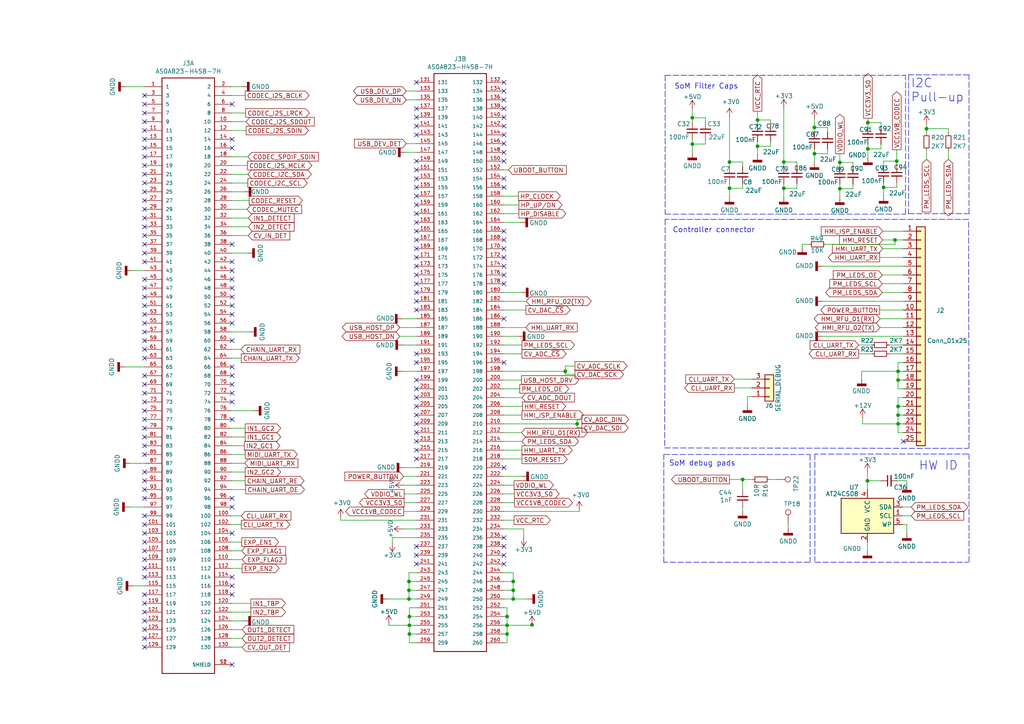
<source format=kicad_sch>
(kicad_sch (version 20211123) (generator eeschema)
  (paper "A4")
  (title_block (title "MOD DuoX - Bottom Board") (date "2021-11-11") (rev "Rev 1.05") (company "MOD Devices GmbH") (comment 1 "DuoX Audio processing board") (comment 2 "https://github.com/moddevices/mod-hw-duoX") (comment 3 "Inp Power: 12V 700mA") (comment 4 "USB outp Power: 500mA"))
  (junction (at 227.33 54.61))
  (junction (at 236.22 36.957))
  (junction (at 219.71 42.418))
  (junction (at 236.22 44.577))
  (junction (at 118.618 168.656))
  (junction (at 256.286 54.356))
  (junction (at 118.745 181.356))
  (junction (at 251.714 43.18))
  (junction (at 148.844 171.196))
  (junction (at 167.386 122.936))
  (junction (at 260.477 122.936))
  (junction (at 148.844 168.656))
  (junction (at 260.477 110.236))
  (junction (at 251.714 35.56))
  (junction (at 147.066 178.816))
  (junction (at 260.477 117.856))
  (junction (at 260.477 120.396))
  (junction (at 211.582 54.61))
  (junction (at 118.618 173.736))
  (junction (at 211.582 46.99))
  (junction (at 259.588 69.596))
  (junction (at 148.844 173.736))
  (junction (at 147.066 183.896))
  (junction (at 215.392 139.065))
  (junction (at 163.957 107.696))
  (junction (at 268.732 37.338))
  (junction (at 154.305 181.229))
  (junction (at 251.587 139.446))
  (junction (at 243.586 47.117))
  (junction (at 260.477 107.696))
  (junction (at 147.066 181.356))
  (junction (at 200.787 41.783))
  (junction (at 118.618 171.196))
  (junction (at 118.745 183.896))
  (junction (at 219.71 34.798))
  (junction (at 118.745 178.816))
  (junction (at 227.33 46.99))
  (junction (at 260.096 46.736))
  (junction (at 200.787 34.163))
  (junction (at 243.586 54.737))
  (no_connect (at 120.777 120.396))
  (no_connect (at 146.177 31.496))
  (no_connect (at 120.777 46.736))
  (no_connect (at 120.777 130.556))
  (no_connect (at 41.91 101.346))
  (no_connect (at 67.31 83.566))
  (no_connect (at 41.91 116.586))
  (no_connect (at 41.91 108.966))
  (no_connect (at 67.31 93.726))
  (no_connect (at 120.777 39.116))
  (no_connect (at 146.177 72.136))
  (no_connect (at 120.777 82.296))
  (no_connect (at 41.91 136.906))
  (no_connect (at 67.31 81.026))
  (no_connect (at 41.91 98.806))
  (no_connect (at 146.177 54.356))
  (no_connect (at 120.777 133.096))
  (no_connect (at 67.31 121.666))
  (no_connect (at 146.177 155.956))
  (no_connect (at 67.31 154.686))
  (no_connect (at 120.777 61.976))
  (no_connect (at 120.777 36.576))
  (no_connect (at 120.777 115.316))
  (no_connect (at 67.31 192.786))
  (no_connect (at 41.91 129.286))
  (no_connect (at 146.177 69.596))
  (no_connect (at 67.31 111.506))
  (no_connect (at 120.777 23.876))
  (no_connect (at 120.777 49.276))
  (no_connect (at 41.91 58.166))
  (no_connect (at 120.777 158.496))
  (no_connect (at 67.31 91.186))
  (no_connect (at 146.177 77.216))
  (no_connect (at 67.31 78.486))
  (no_connect (at 67.31 30.226))
  (no_connect (at 41.91 111.506))
  (no_connect (at 120.777 102.616))
  (no_connect (at 41.91 86.106))
  (no_connect (at 41.91 121.666))
  (no_connect (at 41.91 48.006))
  (no_connect (at 120.777 51.816))
  (no_connect (at 120.777 77.216))
  (no_connect (at 120.777 84.836))
  (no_connect (at 120.777 59.436))
  (no_connect (at 41.91 175.006))
  (no_connect (at 120.777 112.776))
  (no_connect (at 120.777 34.036))
  (no_connect (at 41.91 141.986))
  (no_connect (at 41.91 164.846))
  (no_connect (at 41.91 83.566))
  (no_connect (at 146.177 79.756))
  (no_connect (at 120.777 69.596))
  (no_connect (at 146.177 41.656))
  (no_connect (at 146.177 74.676))
  (no_connect (at 67.31 116.586))
  (no_connect (at 67.31 169.926))
  (no_connect (at 120.777 72.136))
  (no_connect (at 146.177 39.116))
  (no_connect (at 41.91 91.186))
  (no_connect (at 262.001 128.016))
  (no_connect (at 41.91 40.386))
  (no_connect (at 120.777 89.916))
  (no_connect (at 41.91 157.226))
  (no_connect (at 41.91 182.626))
  (no_connect (at 146.177 26.416))
  (no_connect (at 41.91 63.246))
  (no_connect (at 146.177 158.496))
  (no_connect (at 146.177 82.296))
  (no_connect (at 146.177 92.456))
  (no_connect (at 146.177 135.636))
  (no_connect (at 120.777 31.496))
  (no_connect (at 41.91 167.386))
  (no_connect (at 67.31 144.526))
  (no_connect (at 67.31 147.066))
  (no_connect (at 146.177 28.956))
  (no_connect (at 41.91 154.686))
  (no_connect (at 146.177 161.036))
  (no_connect (at 120.777 161.036))
  (no_connect (at 41.91 37.846))
  (no_connect (at 67.31 114.046))
  (no_connect (at 41.91 144.526))
  (no_connect (at 41.91 152.146))
  (no_connect (at 120.777 128.016))
  (no_connect (at 41.91 60.706))
  (no_connect (at 67.31 172.466))
  (no_connect (at 67.31 86.106))
  (no_connect (at 146.177 23.876))
  (no_connect (at 120.777 74.676))
  (no_connect (at 41.91 55.626))
  (no_connect (at 67.31 98.806))
  (no_connect (at 67.31 70.866))
  (no_connect (at 146.177 105.156))
  (no_connect (at 120.777 64.516))
  (no_connect (at 41.91 93.726))
  (no_connect (at 41.91 35.306))
  (no_connect (at 67.31 42.926))
  (no_connect (at 120.777 117.856))
  (no_connect (at 120.777 122.936))
  (no_connect (at 41.91 30.226))
  (no_connect (at 41.91 185.166))
  (no_connect (at 41.91 124.206))
  (no_connect (at 120.777 79.756))
  (no_connect (at 41.91 27.686))
  (no_connect (at 41.91 162.306))
  (no_connect (at 146.177 36.576))
  (no_connect (at 41.91 53.086))
  (no_connect (at 146.177 46.736))
  (no_connect (at 67.31 40.386))
  (no_connect (at 41.91 32.766))
  (no_connect (at 120.777 56.896))
  (no_connect (at 67.31 75.946))
  (no_connect (at 41.91 131.826))
  (no_connect (at 41.91 103.886))
  (no_connect (at 41.91 68.326))
  (no_connect (at 41.91 88.646))
  (no_connect (at 67.31 167.386))
  (no_connect (at 41.91 177.546))
  (no_connect (at 146.177 67.056))
  (no_connect (at 120.777 87.376))
  (no_connect (at 41.91 50.546))
  (no_connect (at 41.91 159.766))
  (no_connect (at 67.31 108.966))
  (no_connect (at 41.91 75.946))
  (no_connect (at 146.177 44.196))
  (no_connect (at 41.91 119.126))
  (no_connect (at 41.91 81.026))
  (no_connect (at 120.777 163.576))
  (no_connect (at 41.91 96.266))
  (no_connect (at 146.177 34.036))
  (no_connect (at 67.31 106.426))
  (no_connect (at 41.91 149.606))
  (no_connect (at 120.777 54.356))
  (no_connect (at 146.177 51.816))
  (no_connect (at 41.91 180.086))
  (no_connect (at 120.777 110.236))
  (no_connect (at 120.777 125.476))
  (no_connect (at 41.91 65.786))
  (no_connect (at 41.91 42.926))
  (no_connect (at 67.31 88.646))
  (no_connect (at 41.91 172.466))
  (no_connect (at 41.91 126.746))
  (no_connect (at 120.777 105.156))
  (no_connect (at 146.177 163.576))
  (no_connect (at 41.91 187.706))
  (no_connect (at 120.777 67.056))
  (no_connect (at 41.91 73.406))
  (no_connect (at 41.91 139.446))
  (no_connect (at 41.91 45.466))
  (no_connect (at 41.91 114.046))
  (no_connect (at 41.91 70.866))
  (wire (pts (xy 260.477 110.236) (xy 262.001 110.236)))
  (wire (pts (xy 255.524 41.91) (xy 255.524 43.18)))
  (wire (pts (xy 260.096 53.086) (xy 260.096 54.356)))
  (wire (pts (xy 118.745 183.896) (xy 118.745 186.436)))
  (wire (pts (xy 69.977 152.146) (xy 67.31 152.146)))
  (wire (pts (xy 260.477 105.156) (xy 260.477 107.696)))
  (wire (pts (xy 120.777 44.196) (xy 117.602 44.196)))
  (wire (pts (xy 240.03 43.307) (xy 240.03 44.577)))
  (wire (pts (xy 67.31 175.006) (xy 72.771 175.006)))
  (wire (pts (xy 120.777 173.736) (xy 118.618 173.736)))
  (wire (pts (xy 247.396 53.467) (xy 247.396 54.737)))
  (wire (pts (xy 120.777 138.176) (xy 117.094 138.176)))
  (wire (pts (xy 219.71 32.258) (xy 219.71 34.798)))
  (wire (pts (xy 215.392 53.34) (xy 215.392 54.61)))
  (wire (pts (xy 231.14 54.61) (xy 227.33 54.61)))
  (wire (pts (xy 247.396 47.117) (xy 243.586 47.117)))
  (wire (pts (xy 215.392 139.065) (xy 218.186 139.065)))
  (polyline (pts (xy 236.347 163.068) (xy 280.797 163.068)))
  (wire (pts (xy 116.84 153.416) (xy 120.777 153.416)))
  (wire (pts (xy 67.31 50.546) (xy 71.882 50.546)))
  (wire (pts (xy 211.582 53.34) (xy 211.582 54.61)))
  (wire (pts (xy 120.777 178.816) (xy 118.745 178.816)))
  (wire (pts (xy 260.477 120.396) (xy 260.477 117.856)))
  (wire (pts (xy 219.71 41.148) (xy 219.71 42.418)))
  (wire (pts (xy 167.386 124.079) (xy 168.783 124.079)))
  (wire (pts (xy 255.905 79.756) (xy 262.001 79.756)))
  (wire (pts (xy 67.31 73.406) (xy 71.755 73.406)))
  (wire (pts (xy 41.91 78.486) (xy 38.354 78.486)))
  (wire (pts (xy 98.806 150.876) (xy 98.806 150.241)))
  (wire (pts (xy 146.177 140.716) (xy 149.098 140.716)))
  (wire (pts (xy 67.31 119.126) (xy 73.66 119.126)))
  (wire (pts (xy 227.33 46.99) (xy 227.33 48.26)))
  (wire (pts (xy 163.957 106.172) (xy 166.751 106.172)))
  (wire (pts (xy 257.937 100.076) (xy 262.001 100.076)))
  (wire (pts (xy 118.745 178.816) (xy 118.745 181.356)))
  (wire (pts (xy 146.177 171.196) (xy 148.844 171.196)))
  (wire (pts (xy 146.177 61.976) (xy 150.495 61.976)))
  (wire (pts (xy 146.177 153.416) (xy 151.892 153.416)))
  (wire (pts (xy 67.31 65.786) (xy 72.009 65.786)))
  (wire (pts (xy 118.745 176.276) (xy 118.745 178.816)))
  (wire (pts (xy 118.618 173.736) (xy 112.522 173.736)))
  (wire (pts (xy 67.31 159.766) (xy 70.104 159.766)))
  (wire (pts (xy 67.31 124.206) (xy 71.12 124.206)))
  (wire (pts (xy 167.386 122.936) (xy 167.386 121.666)))
  (wire (pts (xy 264.287 147.066) (xy 261.747 147.066)))
  (wire (pts (xy 227.33 53.34) (xy 227.33 54.61)))
  (wire (pts (xy 260.477 110.236) (xy 260.477 112.776)))
  (wire (pts (xy 67.31 164.846) (xy 70.231 164.846)))
  (wire (pts (xy 260.477 117.856) (xy 260.477 115.316)))
  (wire (pts (xy 71.628 60.706) (xy 67.31 60.706)))
  (wire (pts (xy 260.477 122.936) (xy 260.477 120.396)))
  (wire (pts (xy 120.777 41.656) (xy 117.856 41.656)))
  (wire (pts (xy 250.19 122.936) (xy 260.477 122.936)))
  (wire (pts (xy 147.066 176.276) (xy 147.066 178.816)))
  (wire (pts (xy 146.177 145.796) (xy 149.225 145.796)))
  (wire (pts (xy 67.31 96.266) (xy 72.263 96.266)))
  (polyline (pts (xy 234.95 131.826) (xy 234.95 163.068)))
  (wire (pts (xy 120.777 176.276) (xy 118.745 176.276)))
  (wire (pts (xy 255.524 43.18) (xy 251.714 43.18)))
  (wire (pts (xy 146.177 87.376) (xy 152.654 87.376)))
  (wire (pts (xy 67.31 32.766) (xy 71.247 32.766)))
  (wire (pts (xy 219.71 42.418) (xy 219.71 44.958)))
  (wire (pts (xy 167.386 121.666) (xy 168.783 121.666)))
  (wire (pts (xy 67.31 68.326) (xy 72.009 68.326)))
  (wire (pts (xy 120.777 100.076) (xy 116.84 100.076)))
  (polyline (pts (xy 280.924 63.627) (xy 192.913 63.627)))
  (wire (pts (xy 263.017 139.446) (xy 263.017 140.716)))
  (wire (pts (xy 146.177 97.536) (xy 150.241 97.536)))
  (wire (pts (xy 268.732 36.068) (xy 268.732 37.338)))
  (wire (pts (xy 67.31 185.166) (xy 70.231 185.166)))
  (polyline (pts (xy 262.636 62.103) (xy 262.636 21.844)))
  (wire (pts (xy 67.31 131.826) (xy 71.12 131.826)))
  (wire (pts (xy 243.586 47.117) (xy 243.586 48.387)))
  (wire (pts (xy 255.397 139.446) (xy 251.587 139.446)))
  (wire (pts (xy 148.844 173.736) (xy 153.035 173.736)))
  (wire (pts (xy 231.14 53.34) (xy 231.14 54.61)))
  (wire (pts (xy 67.31 141.986) (xy 71.247 141.986)))
  (wire (pts (xy 146.177 150.876) (xy 149.098 150.876)))
  (wire (pts (xy 216.789 115.062) (xy 218.059 115.062)))
  (wire (pts (xy 260.477 125.476) (xy 260.477 122.936)))
  (polyline (pts (xy 192.786 129.921) (xy 280.797 130.048)))
  (wire (pts (xy 146.177 64.516) (xy 151.003 64.516)))
  (wire (pts (xy 167.386 122.936) (xy 167.386 124.079)))
  (wire (pts (xy 146.177 173.736) (xy 148.844 173.736)))
  (wire (pts (xy 243.586 53.467) (xy 243.586 54.737)))
  (wire (pts (xy 146.177 122.936) (xy 167.386 122.936)))
  (wire (pts (xy 67.31 101.346) (xy 69.85 101.346)))
  (wire (pts (xy 146.177 120.396) (xy 151.384 120.396)))
  (wire (pts (xy 260.477 112.776) (xy 262.001 112.776)))
  (wire (pts (xy 118.745 186.436) (xy 120.777 186.436)))
  (wire (pts (xy 260.477 139.446) (xy 263.017 139.446)))
  (wire (pts (xy 120.777 135.636) (xy 117.221 135.636)))
  (wire (pts (xy 146.177 107.696) (xy 163.957 107.696)))
  (wire (pts (xy 120.777 145.796) (xy 117.221 145.796)))
  (polyline (pts (xy 192.913 21.844) (xy 262.636 21.844)))
  (wire (pts (xy 70.104 157.226) (xy 67.31 157.226)))
  (wire (pts (xy 146.177 102.616) (xy 151.384 102.616)))
  (wire (pts (xy 146.177 110.236) (xy 151.257 110.236)))
  (wire (pts (xy 260.096 46.736) (xy 260.096 43.434)))
  (wire (pts (xy 260.477 120.396) (xy 262.001 120.396)))
  (wire (pts (xy 67.31 48.006) (xy 71.755 48.006)))
  (wire (pts (xy 236.22 44.577) (xy 236.22 47.117)))
  (wire (pts (xy 260.096 48.006) (xy 260.096 46.736)))
  (wire (pts (xy 120.777 92.456) (xy 116.713 92.456)))
  (wire (pts (xy 251.714 41.91) (xy 251.714 43.18)))
  (polyline (pts (xy 281.051 163.068) (xy 281.051 131.699)))
  (wire (pts (xy 260.096 54.356) (xy 256.286 54.356)))
  (wire (pts (xy 41.91 134.366) (xy 37.846 134.366)))
  (wire (pts (xy 240.03 36.957) (xy 236.22 36.957)))
  (wire (pts (xy 41.91 25.146) (xy 36.449 25.146)))
  (wire (pts (xy 239.649 70.866) (xy 259.588 70.866)))
  (wire (pts (xy 200.787 31.623) (xy 200.787 34.163)))
  (wire (pts (xy 251.587 139.446) (xy 251.587 141.986)))
  (wire (pts (xy 120.777 140.716) (xy 117.221 140.716)))
  (wire (pts (xy 256.032 67.056) (xy 262.001 67.056)))
  (wire (pts (xy 41.91 106.426) (xy 36.195 106.426)))
  (wire (pts (xy 146.177 186.436) (xy 147.066 186.436)))
  (wire (pts (xy 250.19 121.158) (xy 250.19 122.936)))
  (wire (pts (xy 67.31 27.686) (xy 71.12 27.686)))
  (wire (pts (xy 255.143 74.676) (xy 262.001 74.676)))
  (wire (pts (xy 163.957 108.585) (xy 163.957 107.696)))
  (wire (pts (xy 67.31 58.166) (xy 72.263 58.166)))
  (wire (pts (xy 146.177 138.176) (xy 151.257 138.176)))
  (wire (pts (xy 275.082 38.608) (xy 275.082 37.338)))
  (wire (pts (xy 146.177 166.116) (xy 148.844 166.116)))
  (wire (pts (xy 163.957 108.585) (xy 166.751 108.585)))
  (wire (pts (xy 200.787 41.783) (xy 200.787 44.323)))
  (wire (pts (xy 275.082 46.228) (xy 275.082 43.688)))
  (wire (pts (xy 118.745 183.896) (xy 120.777 183.896)))
  (wire (pts (xy 204.597 41.783) (xy 200.787 41.783)))
  (wire (pts (xy 146.177 89.916) (xy 152.527 89.916)))
  (wire (pts (xy 243.586 54.737) (xy 243.586 57.277)))
  (wire (pts (xy 120.777 94.996) (xy 115.951 94.996)))
  (wire (pts (xy 147.447 49.276) (xy 146.177 49.276)))
  (wire (pts (xy 275.082 37.338) (xy 268.732 37.338)))
  (wire (pts (xy 268.732 43.688) (xy 268.732 46.228)))
  (wire (pts (xy 146.177 181.356) (xy 147.066 181.356)))
  (wire (pts (xy 211.582 33.909) (xy 211.582 46.99)))
  (wire (pts (xy 146.177 183.896) (xy 147.066 183.896)))
  (wire (pts (xy 204.597 34.163) (xy 200.787 34.163)))
  (wire (pts (xy 67.31 136.906) (xy 71.12 136.906)))
  (wire (pts (xy 146.177 148.336) (xy 168.021 148.336)))
  (wire (pts (xy 148.844 171.196) (xy 148.844 173.736)))
  (wire (pts (xy 146.177 100.076) (xy 151.384 100.076)))
  (polyline (pts (xy 192.532 163.068) (xy 192.532 131.826)))
  (wire (pts (xy 228.6 151.892) (xy 228.6 153.162)))
  (wire (pts (xy 264.287 149.606) (xy 261.747 149.606)))
  (wire (pts (xy 118.745 181.356) (xy 112.776 181.356)))
  (wire (pts (xy 255.27 94.996) (xy 262.001 94.996)))
  (wire (pts (xy 151.892 153.416) (xy 151.892 155.829)))
  (wire (pts (xy 41.91 147.066) (xy 37.592 147.066)))
  (wire (pts (xy 67.31 25.146) (xy 70.231 25.146)))
  (wire (pts (xy 146.177 112.776) (xy 150.749 112.776)))
  (wire (pts (xy 215.392 48.26) (xy 215.392 46.99)))
  (wire (pts (xy 98.806 150.876) (xy 120.777 150.876)))
  (wire (pts (xy 259.588 69.596) (xy 262.001 69.596)))
  (wire (pts (xy 249.047 102.616) (xy 252.857 102.616)))
  (wire (pts (xy 118.745 181.356) (xy 118.745 183.896)))
  (wire (pts (xy 120.777 97.536) (xy 115.951 97.536)))
  (wire (pts (xy 148.844 168.656) (xy 148.844 171.196)))
  (polyline (pts (xy 192.913 62.103) (xy 262.636 62.103)))
  (wire (pts (xy 69.977 149.606) (xy 67.31 149.606)))
  (wire (pts (xy 256.032 69.596) (xy 259.588 69.596)))
  (wire (pts (xy 243.586 44.577) (xy 243.586 47.117)))
  (wire (pts (xy 67.31 162.306) (xy 70.231 162.306)))
  (wire (pts (xy 118.618 171.196) (xy 118.618 173.736)))
  (wire (pts (xy 112.776 181.356) (xy 112.776 180.975)))
  (wire (pts (xy 227.33 54.61) (xy 227.33 57.15)))
  (wire (pts (xy 120.777 168.656) (xy 118.618 168.656)))
  (wire (pts (xy 154.305 181.229) (xy 154.305 181.356)))
  (wire (pts (xy 120.777 107.696) (xy 116.713 107.696)))
  (wire (pts (xy 67.31 187.706) (xy 70.231 187.706)))
  (wire (pts (xy 146.177 176.276) (xy 147.066 176.276)))
  (polyline (pts (xy 192.659 131.826) (xy 234.95 131.826)))
  (wire (pts (xy 118.618 166.116) (xy 118.618 168.656)))
  (wire (pts (xy 67.31 129.286) (xy 70.866 129.286)))
  (wire (pts (xy 113.792 155.956) (xy 120.777 155.956)))
  (wire (pts (xy 146.177 128.016) (xy 151.384 128.016)))
  (wire (pts (xy 146.177 56.896) (xy 150.368 56.896)))
  (wire (pts (xy 215.392 141.986) (xy 215.392 139.065)))
  (wire (pts (xy 259.588 69.596) (xy 259.588 70.866)))
  (wire (pts (xy 204.597 40.513) (xy 204.597 41.783)))
  (wire (pts (xy 215.392 148.209) (xy 215.392 147.066)))
  (polyline (pts (xy 281.051 21.717) (xy 263.525 21.717)))
  (wire (pts (xy 147.066 181.356) (xy 147.066 178.816)))
  (wire (pts (xy 260.477 107.696) (xy 260.477 110.236)))
  (wire (pts (xy 223.52 42.418) (xy 219.71 42.418)))
  (wire (pts (xy 260.477 122.936) (xy 262.001 122.936)))
  (polyline (pts (xy 281.051 130.048) (xy 280.924 63.754)))
  (wire (pts (xy 268.732 37.338) (xy 268.732 38.608)))
  (polyline (pts (xy 234.823 163.068) (xy 192.532 163.068)))
  (wire (pts (xy 147.066 181.356) (xy 147.066 183.896)))
  (wire (pts (xy 211.582 46.99) (xy 211.582 48.26)))
  (wire (pts (xy 113.792 157.48) (xy 113.792 155.956)))
  (wire (pts (xy 238.633 97.536) (xy 262.001 97.536)))
  (wire (pts (xy 263.017 152.146) (xy 263.017 154.686)))
  (wire (pts (xy 251.587 136.906) (xy 251.587 139.446)))
  (wire (pts (xy 262.001 105.156) (xy 260.477 105.156)))
  (wire (pts (xy 146.177 84.836) (xy 151.13 84.836)))
  (wire (pts (xy 151.384 133.096) (xy 151.384 133.223)))
  (wire (pts (xy 118.618 168.656) (xy 118.618 171.196)))
  (wire (pts (xy 255.27 92.456) (xy 262.001 92.456)))
  (wire (pts (xy 67.31 182.626) (xy 70.231 182.626)))
  (polyline (pts (xy 281.051 61.976) (xy 281.051 21.717)))
  (wire (pts (xy 146.177 168.656) (xy 148.844 168.656)))
  (wire (pts (xy 257.937 102.616) (xy 262.001 102.616)))
  (wire (pts (xy 67.31 134.366) (xy 70.993 134.366)))
  (wire (pts (xy 146.177 117.856) (xy 151.511 117.856)))
  (wire (pts (xy 146.177 94.996) (xy 152.527 94.996)))
  (wire (pts (xy 260.477 117.856) (xy 262.001 117.856)))
  (wire (pts (xy 147.066 183.896) (xy 147.066 186.436)))
  (wire (pts (xy 200.787 34.163) (xy 200.787 35.433)))
  (wire (pts (xy 67.31 177.546) (xy 72.771 177.546)))
  (wire (pts (xy 154.305 181.356) (xy 147.066 181.356)))
  (wire (pts (xy 146.177 130.556) (xy 151.384 130.556)))
  (wire (pts (xy 67.31 126.746) (xy 71.12 126.746)))
  (wire (pts (xy 67.31 180.086) (xy 70.612 180.086)))
  (wire (pts (xy 120.777 181.356) (xy 118.745 181.356)))
  (polyline (pts (xy 263.525 61.976) (xy 281.051 61.976)))
  (wire (pts (xy 236.22 43.307) (xy 236.22 44.577)))
  (wire (pts (xy 255.143 89.916) (xy 262.001 89.916)))
  (wire (pts (xy 238.633 77.216) (xy 262.001 77.216)))
  (wire (pts (xy 120.777 26.416) (xy 117.856 26.416)))
  (wire (pts (xy 256.032 72.136) (xy 262.001 72.136)))
  (wire (pts (xy 148.844 166.116) (xy 148.844 168.656)))
  (wire (pts (xy 260.477 107.696) (xy 262.001 107.696)))
  (wire (pts (xy 256.286 54.356) (xy 256.286 56.896)))
  (wire (pts (xy 240.03 38.227) (xy 240.03 36.957)))
  (wire (pts (xy 211.582 139.065) (xy 215.392 139.065)))
  (wire (pts (xy 67.31 139.446) (xy 71.12 139.446)))
  (wire (pts (xy 255.905 84.836) (xy 262.001 84.836)))
  (wire (pts (xy 223.52 34.798) (xy 219.71 34.798)))
  (wire (pts (xy 236.22 36.957) (xy 236.22 38.227)))
  (wire (pts (xy 67.31 55.626) (xy 70.739 55.626)))
  (wire (pts (xy 215.392 54.61) (xy 211.582 54.61)))
  (wire (pts (xy 223.52 41.148) (xy 223.52 42.418)))
  (wire (pts (xy 247.396 54.737) (xy 243.586 54.737)))
  (wire (pts (xy 247.396 48.387) (xy 247.396 47.117)))
  (polyline (pts (xy 263.525 21.717) (xy 263.525 61.976)))
  (wire (pts (xy 67.31 37.846) (xy 71.374 37.846)))
  (wire (pts (xy 249.936 107.696) (xy 260.477 107.696)))
  (wire (pts (xy 227.33 31.369) (xy 227.33 46.99)))
  (wire (pts (xy 255.524 35.56) (xy 251.714 35.56)))
  (wire (pts (xy 67.31 45.466) (xy 71.882 45.466)))
  (wire (pts (xy 262.001 125.476) (xy 260.477 125.476)))
  (wire (pts (xy 67.31 53.086) (xy 71.882 53.086)))
  (wire (pts (xy 200.787 40.513) (xy 200.787 41.783)))
  (polyline (pts (xy 280.797 131.699) (xy 236.347 131.699)))
  (wire (pts (xy 219.71 34.798) (xy 219.71 36.068)))
  (wire (pts (xy 120.777 143.256) (xy 117.221 143.256)))
  (wire (pts (xy 204.597 35.433) (xy 204.597 34.163)))
  (wire (pts (xy 232.664 70.866) (xy 234.569 70.866)))
  (wire (pts (xy 236.22 34.417) (xy 236.22 36.957)))
  (wire (pts (xy 147.066 178.816) (xy 146.177 178.816)))
  (wire (pts (xy 256.286 53.086) (xy 256.286 54.356)))
  (wire (pts (xy 146.177 125.476) (xy 151.257 125.476)))
  (wire (pts (xy 251.587 157.226) (xy 251.587 159.766)))
  (wire (pts (xy 251.714 43.18) (xy 251.714 45.72)))
  (wire (pts (xy 231.14 48.26) (xy 231.14 46.99)))
  (wire (pts (xy 67.31 35.306) (xy 71.374 35.306)))
  (wire (pts (xy 255.905 82.296) (xy 262.001 82.296)))
  (wire (pts (xy 69.977 103.886) (xy 67.31 103.886)))
  (wire (pts (xy 251.714 35.56) (xy 251.714 36.83)))
  (wire (pts (xy 249.936 109.855) (xy 249.936 107.696)))
  (wire (pts (xy 211.582 54.61) (xy 211.582 57.15)))
  (wire (pts (xy 120.777 166.116) (xy 118.618 166.116)))
  (wire (pts (xy 120.777 148.336) (xy 117.094 148.336)))
  (wire (pts (xy 255.524 36.83) (xy 255.524 35.56)))
  (wire (pts (xy 263.017 152.146) (xy 261.747 152.146)))
  (wire (pts (xy 218.059 112.522) (xy 212.979 112.522)))
  (wire (pts (xy 231.14 46.99) (xy 227.33 46.99)))
  (wire (pts (xy 256.286 46.736) (xy 256.286 48.006)))
  (wire (pts (xy 260.477 115.316) (xy 262.001 115.316)))
  (wire (pts (xy 120.777 28.956) (xy 117.856 28.956)))
  (polyline (pts (xy 192.913 63.627) (xy 192.786 129.921)))
  (wire (pts (xy 212.979 109.982) (xy 218.059 109.982)))
  (polyline (pts (xy 236.347 131.699) (xy 236.347 162.814)))
  (polyline (pts (xy 192.913 21.844) (xy 192.913 62.103)))
  (wire (pts (xy 238.633 87.376) (xy 262.001 87.376)))
  (wire (pts (xy 215.392 46.99) (xy 211.582 46.99)))
  (wire (pts (xy 260.096 46.736) (xy 256.286 46.736)))
  (wire (pts (xy 223.52 36.068) (xy 223.52 34.798)))
  (wire (pts (xy 146.177 133.096) (xy 151.384 133.096)))
  (wire (pts (xy 216.789 117.602) (xy 216.789 115.062)))
  (wire (pts (xy 223.266 139.065) (xy 225.171 139.065)))
  (wire (pts (xy 120.777 171.196) (xy 118.618 171.196)))
  (wire (pts (xy 232.664 71.755) (xy 232.664 70.866)))
  (wire (pts (xy 168.021 148.336) (xy 168.021 147.955)))
  (wire (pts (xy 67.31 63.246) (xy 72.009 63.246)))
  (wire (pts (xy 146.177 59.436) (xy 150.495 59.436)))
  (wire (pts (xy 252.857 100.076) (xy 249.047 100.076)))
  (wire (pts (xy 41.91 169.926) (xy 38.608 169.926)))
  (wire (pts (xy 146.177 143.256) (xy 149.225 143.256)))
  (wire (pts (xy 251.714 34.29) (xy 251.714 35.56)))
  (wire (pts (xy 240.03 44.577) (xy 236.22 44.577)))
  (wire (pts (xy 146.177 115.316) (xy 151.384 115.316)))
  (wire (pts (xy 163.957 107.696) (xy 163.957 106.172)))
  (text "SoM debug pads" (at 194.056 135.382 0) (effects (font (size 1.524 1.524)) (justify left bottom)))
  (text "I2C\nPull-up" (at 264.16 29.845 0) (effects (font (size 2.54 2.54)) (justify left bottom)))
  (text "SoM Filter Caps" (at 195.58 26.035 0) (effects (font (size 1.524 1.524)) (justify left bottom)))
  (text "Controller connector" (at 195.072 67.691 0) (effects (font (size 1.524 1.524)) (justify left bottom)))
  (text "HW ID" (at 266.446 136.652 0) (effects (font (size 2.54 2.54)) (justify left bottom)))
  (global_label "USB_DEV_DP" (shape bidirectional) (at 117.856 26.416 180) (property "Intersheet References" "${INTERSHEET_REFS}" (effects hide)))
  (global_label "VCC3V3_S0" (shape output) (at 117.221 145.796 180) (property "Intersheet References" "${INTERSHEET_REFS}" (effects hide)))
  (global_label "IN2_TBP" (shape output) (at 72.771 177.546 0) (property "Intersheet References" "${INTERSHEET_REFS}" (effects hide)))
  (global_label "VCC1V8_CODEC" (shape output) (at 149.225 145.796 0) (property "Intersheet References" "${INTERSHEET_REFS}" (effects hide)))
  (global_label "OUT2_DETECT" (shape input) (at 70.231 185.166 0) (property "Intersheet References" "${INTERSHEET_REFS}" (effects hide)))
  (global_label "CV_ADC_DIN" (shape output) (at 168.783 121.666 0) (property "Intersheet References" "${INTERSHEET_REFS}" (effects hide)))
  (global_label "HMI_RESET" (shape output) (at 151.511 117.856 0) (property "Intersheet References" "${INTERSHEET_REFS}" (effects hide)))
  (global_label "PM_LEDS_SDA" (shape bidirectional) (at 275.082 46.228 270) (property "Intersheet References" "${INTERSHEET_REFS}" (effects hide)))
  (global_label "PM_LEDS_SCL" (shape input) (at 255.905 82.296 180) (property "Intersheet References" "${INTERSHEET_REFS}" (effects hide)))
  (global_label "HMI_RESET" (shape input) (at 256.032 69.596 180) (property "Intersheet References" "${INTERSHEET_REFS}" (effects hide)))
  (global_label "HMI_UART_TX" (shape output) (at 151.384 130.556 0) (property "Intersheet References" "${INTERSHEET_REFS}" (effects hide)))
  (global_label "EXP_EN2" (shape output) (at 70.231 164.846 0) (property "Intersheet References" "${INTERSHEET_REFS}" (effects hide)))
  (global_label "HP_DISABLE" (shape output) (at 150.495 61.976 0) (property "Intersheet References" "${INTERSHEET_REFS}" (effects hide)))
  (global_label "CODEC_I2S_MCLK" (shape output) (at 71.755 48.006 0) (property "Intersheet References" "${INTERSHEET_REFS}" (effects hide)))
  (global_label "HP_UP/DN" (shape output) (at 150.495 59.436 0) (property "Intersheet References" "${INTERSHEET_REFS}" (effects hide)))
  (global_label "CV_OUT_DET" (shape input) (at 70.231 187.706 0) (property "Intersheet References" "${INTERSHEET_REFS}" (effects hide)))
  (global_label "USB_HOST_DN" (shape bidirectional) (at 115.951 97.536 180) (property "Intersheet References" "${INTERSHEET_REFS}" (effects hide)))
  (global_label "HMI_ISP_ENABLE" (shape output) (at 151.384 120.396 0) (property "Intersheet References" "${INTERSHEET_REFS}" (effects hide)))
  (global_label "CODEC_I2C_SDA" (shape bidirectional) (at 71.882 50.546 0) (property "Intersheet References" "${INTERSHEET_REFS}" (effects hide)))
  (global_label "PM_LEDS_SDA" (shape bidirectional) (at 255.905 84.836 180) (property "Intersheet References" "${INTERSHEET_REFS}" (effects hide)))
  (global_label "PM_LEDS_SDA" (shape bidirectional) (at 264.287 147.066 0) (property "Intersheet References" "${INTERSHEET_REFS}" (effects hide)))
  (global_label "CV_ADC_~{CS}" (shape output) (at 151.384 102.616 0) (property "Intersheet References" "${INTERSHEET_REFS}" (effects hide)))
  (global_label "CHAIN_UART_RX" (shape input) (at 69.85 101.346 0) (property "Intersheet References" "${INTERSHEET_REFS}" (effects hide)))
  (global_label "HMI_RFU_01(RX)" (shape bidirectional) (at 255.27 92.456 180) (property "Intersheet References" "${INTERSHEET_REFS}" (effects hide)))
  (global_label "CV_DAC_~{CS}" (shape output) (at 152.527 89.916 0) (property "Intersheet References" "${INTERSHEET_REFS}" (effects hide)))
  (global_label "VCC3V3_S0" (shape output) (at 149.225 143.256 0) (property "Intersheet References" "${INTERSHEET_REFS}" (effects hide)))
  (global_label "IN1_DETECT" (shape input) (at 72.009 63.246 0) (property "Intersheet References" "${INTERSHEET_REFS}" (effects hide)))
  (global_label "CODEC_I2S_SDIN" (shape output) (at 71.374 37.846 0) (property "Intersheet References" "${INTERSHEET_REFS}" (effects hide)))
  (global_label "USB_HOST_DP" (shape bidirectional) (at 115.951 94.996 180) (property "Intersheet References" "${INTERSHEET_REFS}" (effects hide)))
  (global_label "CODEC_I2S_SDOUT" (shape input) (at 71.374 35.306 0) (property "Intersheet References" "${INTERSHEET_REFS}" (effects hide)))
  (global_label "CODEC_SPDIF_SDIN" (shape input) (at 71.882 45.466 0) (property "Intersheet References" "${INTERSHEET_REFS}" (effects hide)))
  (global_label "MIDI_UART_RX" (shape input) (at 70.993 134.366 0) (property "Intersheet References" "${INTERSHEET_REFS}" (effects hide)))
  (global_label "PM_LEDS_SCL" (shape input) (at 264.287 149.606 0) (property "Intersheet References" "${INTERSHEET_REFS}" (effects hide)))
  (global_label "CV_DAC_SDI" (shape output) (at 168.783 124.079 0) (property "Intersheet References" "${INTERSHEET_REFS}" (effects hide)))
  (global_label "CLI_UART_TX" (shape input) (at 212.979 109.982 180) (property "Intersheet References" "${INTERSHEET_REFS}" (effects hide)))
  (global_label "POWER_BUTTON" (shape output) (at 255.143 89.916 180) (property "Intersheet References" "${INTERSHEET_REFS}" (effects hide)))
  (global_label "HMI_RFU_01(RX)" (shape bidirectional) (at 151.257 125.476 0) (property "Intersheet References" "${INTERSHEET_REFS}" (effects hide)))
  (global_label "CV_IN_DET" (shape input) (at 72.009 68.326 0) (property "Intersheet References" "${INTERSHEET_REFS}" (effects hide)))
  (global_label "CODEC_I2C_SCL" (shape output) (at 71.882 53.086 0) (property "Intersheet References" "${INTERSHEET_REFS}" (effects hide)))
  (global_label "VCC3V3_S0" (shape output) (at 251.714 34.29 90) (property "Intersheet References" "${INTERSHEET_REFS}" (effects hide)))
  (global_label "USB_HOST_DRV" (shape output) (at 151.257 110.236 0) (property "Intersheet References" "${INTERSHEET_REFS}" (effects hide)))
  (global_label "PM_LEDS_SDA" (shape bidirectional) (at 151.384 128.016 0) (property "Intersheet References" "${INTERSHEET_REFS}" (effects hide)))
  (global_label "EXP_EN1" (shape output) (at 70.104 157.226 0) (property "Intersheet References" "${INTERSHEET_REFS}" (effects hide)))
  (global_label "CHAIN_UART_RE" (shape output) (at 71.12 139.446 0) (property "Intersheet References" "${INTERSHEET_REFS}" (effects hide)))
  (global_label "CODEC_RESET" (shape output) (at 72.263 58.166 0) (property "Intersheet References" "${INTERSHEET_REFS}" (effects hide)))
  (global_label "CLI_UART_TX" (shape input) (at 249.047 100.076 180) (property "Intersheet References" "${INTERSHEET_REFS}" (effects hide)))
  (global_label "HMI_UART_RX" (shape output) (at 255.143 74.676 180) (property "Intersheet References" "${INTERSHEET_REFS}" (effects hide)))
  (global_label "CLI_UART_TX" (shape output) (at 69.977 152.146 0) (property "Intersheet References" "${INTERSHEET_REFS}" (effects hide)))
  (global_label "EXP_FLAG1" (shape input) (at 70.104 159.766 0) (property "Intersheet References" "${INTERSHEET_REFS}" (effects hide)))
  (global_label "IN2_GC1" (shape output) (at 70.866 129.286 0) (property "Intersheet References" "${INTERSHEET_REFS}" (effects hide)))
  (global_label "CLI_UART_RX" (shape output) (at 212.979 112.522 180) (property "Intersheet References" "${INTERSHEET_REFS}" (effects hide)))
  (global_label "MIDI_UART_TX" (shape output) (at 71.12 131.826 0) (property "Intersheet References" "${INTERSHEET_REFS}" (effects hide)))
  (global_label "PM_LEDS_SCL" (shape output) (at 151.384 100.076 0) (property "Intersheet References" "${INTERSHEET_REFS}" (effects hide)))
  (global_label "HMI_ISP_ENABLE" (shape input) (at 256.032 67.056 180) (property "Intersheet References" "${INTERSHEET_REFS}" (effects hide)))
  (global_label "CODEC_I2S_LRCK" (shape output) (at 71.247 32.766 0) (property "Intersheet References" "${INTERSHEET_REFS}" (effects hide)))
  (global_label "VCC1V8_CODEC" (shape output) (at 117.094 148.336 180) (property "Intersheet References" "${INTERSHEET_REFS}" (effects hide)))
  (global_label "POWER_BUTTON" (shape input) (at 117.094 138.176 180) (property "Intersheet References" "${INTERSHEET_REFS}" (effects hide)))
  (global_label "PM_LEDS_OE" (shape output) (at 150.749 112.776 0) (property "Intersheet References" "${INTERSHEET_REFS}" (effects hide)))
  (global_label "UBOOT_BUTTON" (shape input) (at 147.447 49.276 0) (property "Intersheet References" "${INTERSHEET_REFS}" (effects hide)))
  (global_label "PM_LEDS_SCL" (shape input) (at 268.732 46.228 270) (property "Intersheet References" "${INTERSHEET_REFS}" (effects hide)))
  (global_label "HMI_UART_RX" (shape input) (at 152.527 94.996 0) (property "Intersheet References" "${INTERSHEET_REFS}" (effects hide)))
  (global_label "CV_ADC_DOUT" (shape input) (at 151.384 115.316 0) (property "Intersheet References" "${INTERSHEET_REFS}" (effects hide)))
  (global_label "CHAIN_UART_DE" (shape output) (at 71.247 141.986 0) (property "Intersheet References" "${INTERSHEET_REFS}" (effects hide)))
  (global_label "HMI_UART_TX" (shape input) (at 256.032 72.136 180) (property "Intersheet References" "${INTERSHEET_REFS}" (effects hide)))
  (global_label "IN1_GC1" (shape output) (at 71.12 126.746 0) (property "Intersheet References" "${INTERSHEET_REFS}" (effects hide)))
  (global_label "USB_DEV_DN" (shape bidirectional) (at 117.856 28.956 180) (property "Intersheet References" "${INTERSHEET_REFS}" (effects hide)))
  (global_label "CLI_UART_RX" (shape input) (at 69.977 149.606 0) (property "Intersheet References" "${INTERSHEET_REFS}" (effects hide)))
  (global_label "OUT1_DETECT" (shape input) (at 70.231 182.626 0) (property "Intersheet References" "${INTERSHEET_REFS}" (effects hide)))
  (global_label "CODEC_I2S_BCLK" (shape output) (at 71.12 27.686 0) (property "Intersheet References" "${INTERSHEET_REFS}" (effects hide)))
  (global_label "IN1_TBP" (shape output) (at 72.771 175.006 0) (property "Intersheet References" "${INTERSHEET_REFS}" (effects hide)))
  (global_label "IN2_GC2" (shape output) (at 71.12 136.906 0) (property "Intersheet References" "${INTERSHEET_REFS}" (effects hide)))
  (global_label "VCC_RTC" (shape output) (at 219.71 32.258 90) (property "Intersheet References" "${INTERSHEET_REFS}" (effects hide)))
  (global_label "SOM_RESET" (shape output) (at 151.384 133.223 0) (property "Intersheet References" "${INTERSHEET_REFS}" (effects hide)))
  (global_label "VCC_RTC" (shape output) (at 149.098 150.876 0) (property "Intersheet References" "${INTERSHEET_REFS}" (effects hide)))
  (global_label "IN1_GC2" (shape output) (at 71.12 124.206 0) (property "Intersheet References" "${INTERSHEET_REFS}" (effects hide)))
  (global_label "CLI_UART_RX" (shape output) (at 249.047 102.616 180) (property "Intersheet References" "${INTERSHEET_REFS}" (effects hide)))
  (global_label "VDDIO_WL" (shape output) (at 243.586 44.577 90) (property "Intersheet References" "${INTERSHEET_REFS}" (effects hide)))
  (global_label "CHAIN_UART_TX" (shape output) (at 69.977 103.886 0) (property "Intersheet References" "${INTERSHEET_REFS}" (effects hide)))
  (global_label "IN2_DETECT" (shape input) (at 72.009 65.786 0) (property "Intersheet References" "${INTERSHEET_REFS}" (effects hide)))
  (global_label "PM_LEDS_OE" (shape input) (at 255.905 79.756 180) (property "Intersheet References" "${INTERSHEET_REFS}" (effects hide)))
  (global_label "EXP_FLAG2" (shape input) (at 70.231 162.306 0) (property "Intersheet References" "${INTERSHEET_REFS}" (effects hide)))
  (global_label "HMI_RFU_02(TX)" (shape bidirectional) (at 255.27 94.996 180) (property "Intersheet References" "${INTERSHEET_REFS}" (effects hide)))
  (global_label "CV_DAC_SCK" (shape output) (at 166.751 108.585 0) (property "Intersheet References" "${INTERSHEET_REFS}" (effects hide)))
  (global_label "CODEC_MUTEC" (shape input) (at 71.628 60.706 0) (property "Intersheet References" "${INTERSHEET_REFS}" (effects hide)))
  (global_label "VDDIO_WL" (shape output) (at 117.221 143.256 180) (property "Intersheet References" "${INTERSHEET_REFS}" (effects hide)))
  (global_label "VCC1V8_CODEC" (shape output) (at 260.096 43.434 90) (property "Intersheet References" "${INTERSHEET_REFS}" (effects hide)))
  (global_label "HMI_RFU_02(TX)" (shape bidirectional) (at 152.654 87.376 0) (property "Intersheet References" "${INTERSHEET_REFS}" (effects hide)))
  (global_label "UBOOT_BUTTON" (shape output) (at 211.582 139.065 180) (property "Intersheet References" "${INTERSHEET_REFS}" (effects hide)))
  (global_label "HP_CLOCK" (shape output) (at 150.368 56.896 0) (property "Intersheet References" "${INTERSHEET_REFS}" (effects hide)))
  (global_label "CV_ADC_SCLK" (shape output) (at 166.751 106.172 0) (property "Intersheet References" "${INTERSHEET_REFS}" (effects hide)))
  (global_label "VDDIO_WL" (shape output) (at 149.098 140.716 0) (property "Intersheet References" "${INTERSHEET_REFS}" (effects hide)))
  (global_label "USB_DEV_DET" (shape input) (at 117.856 41.656 180) (property "Intersheet References" "${INTERSHEET_REFS}" (effects hide)))
  (symbol (lib_id "bottom-board-rescue:GNDD-power") (at 251.587 159.766 0) (unit 1)
    (property "Reference" "#PWR082" (effects hide))
    (property "Value" "GNDD" (at 247.142 159.131 0))
  )
  (symbol (lib_id "bottom-board-rescue:+3.3V-power") (at 251.587 136.906 0) (unit 1)
    (property "Reference" "#PWR081" (effects hide))
    (property "Value" "+3.3V" (at 251.587 133.35 0))
  )
  (symbol (lib_id "bottom-board-rescue:R_Small-Device") (at 268.732 41.148 180) (unit 1)
    (property "Reference" "R20" (at 270.002 39.878 0) (effects (justify right)))
    (property "Value" "2K7" (at 270.002 42.418 0) (effects (justify right)))
    (property "Footprint" "Resistor_SMD:R_0603_1608Metric" (effects hide))
    (property "MPN" "CRGCQ0603F2K7" (effects hide))
  )
  (symbol (lib_id "bottom-board-rescue:+3.3V-power") (at 268.732 36.068 0) (unit 1)
    (property "Reference" "#PWR071" (effects hide))
    (property "Value" "+3.3V" (at 268.732 32.512 0))
  )
  (symbol (lib_id "bottom-board-rescue:GNDD-power") (at 263.017 140.716 0) (unit 1)
    (property "Reference" "#PWR083" (effects hide))
    (property "Value" "GNDD" (at 263.017 144.526 0))
  )
  (symbol (lib_id "bottom-board-rescue:Conn_01x03-Connector_Generic") (at 223.139 112.522 0) (mirror x) (unit 1)
    (property "Reference" "J6" (at 223.139 117.602 0))
    (property "Value" "SERIAL_DEBUG" (at 225.679 112.522 90))
    (property "Footprint" "Connector_PinHeader_2.54mm:PinHeader_1x03_P2.54mm_Vertical" (effects hide))
    (property "MPN" "DO NOT PLACE" (effects hide))
  )
  (symbol (lib_id "bottom-board-rescue:GNDD-power") (at 216.789 117.602 0) (unit 1)
    (property "Reference" "#PWR079" (effects hide))
    (property "Value" "GNDD" (at 216.789 121.412 0))
  )
  (symbol (lib_id "bottom-board-rescue:GNDD-power") (at 249.936 109.855 0) (unit 1)
    (property "Reference" "#PWR078" (effects hide))
    (property "Value" "GNDD" (at 249.809 113.411 0))
  )
  (symbol (lib_id "bottom-board-rescue:+5VD-power") (at 200.787 31.623 0) (unit 1)
    (property "Reference" "#PWR072" (effects hide))
    (property "Value" "+5VD" (at 200.787 28.067 0))
  )
  (symbol (lib_id "bottom-board-rescue:C_Small-Device") (at 200.787 37.973 180) (unit 1)
    (property "Reference" "C32" (at 196.342 35.941 0) (effects (justify right)))
    (property "Value" "100nF" (at 200.025 39.751 0) (effects (justify left)))
    (property "Footprint" "Capacitor_SMD:C_0603_1608Metric" (effects hide))
    (property "MPN" "GCM188R71C104KA37D" (effects hide))
  )
  (symbol (lib_id "bottom-board-rescue:GNDD-power") (at 200.787 44.323 0) (unit 1)
    (property "Reference" "#PWR073" (effects hide))
    (property "Value" "GNDD" (at 200.787 48.133 0))
  )
  (symbol (lib_id "bottom-board-rescue:R_Small-Device") (at 275.082 41.148 180) (unit 1)
    (property "Reference" "R21" (at 276.352 39.878 0) (effects (justify right)))
    (property "Value" "2K7" (at 276.352 42.418 0) (effects (justify right)))
    (property "Footprint" "Resistor_SMD:R_0603_1608Metric" (effects hide))
    (property "MPN" "CRGCQ0603F2K7" (effects hide))
  )
  (symbol (lib_id "bottom-board-rescue:C_Small-Device") (at 204.597 37.973 0) (mirror y) (unit 1)
    (property "Reference" "C33" (at 209.042 35.941 0) (effects (justify left)))
    (property "Value" "22uF" (at 205.486 39.751 0) (effects (justify right)))
    (property "Footprint" "Capacitor_SMD:C_0805_2012Metric" (effects hide))
    (property "MPN" "CL21A226MPQNNNE" (effects hide))
  )
  (symbol (lib_id "bottom-board-rescue:C_Small-Device") (at 257.937 139.446 90) (unit 1)
    (property "Reference" "C36" (at 259.207 141.351 90) (effects (justify right)))
    (property "Value" "100nF" (at 259.207 138.176 90) (effects (justify right)))
    (property "Footprint" "Capacitor_SMD:C_0603_1608Metric" (effects hide))
    (property "MPN" "GCM188R71C104KA37D" (effects hide))
  )
  (symbol (lib_id "bottom-board-rescue:R_Small-Device") (at 255.397 100.076 270) (unit 1)
    (property "Reference" "R22" (at 253.492 98.806 90) (effects (justify right)))
    (property "Value" "2K7" (at 257.937 98.806 90) (effects (justify left)))
    (property "Footprint" "Resistor_SMD:R_0603_1608Metric" (effects hide))
    (property "MPN" "CRGCQ0603F2K7" (effects hide))
  )
  (symbol (lib_id "bottom-board-rescue:R_Small-Device") (at 255.397 102.616 270) (unit 1)
    (property "Reference" "R23" (at 253.492 101.346 90) (effects (justify right)))
    (property "Value" "2K7" (at 257.937 101.346 90) (effects (justify left)))
    (property "Footprint" "Resistor_SMD:R_0603_1608Metric" (effects hide))
    (property "MPN" "CRGCQ0603F2K7" (effects hide))
  )
  (symbol (lib_id "bottom-board-rescue:AT24CS08-STUM-Memory_EEPROM") (at 251.587 149.606 0) (unit 1)
    (property "Reference" "U7" (at 249.047 141.351 0) (effects (justify right)))
    (property "Value" "AT24CS08" (at 249.047 143.256 0) (effects (justify right)))
    (property "Footprint" "Package_TO_SOT_SMD:SOT-23-5" (effects hide))
    (property "Datasheet" "http://ww1.microchip.com/downloads/en/DeviceDoc/Atmel-8766-SEEPROM-AT24CS04-08-Datasheet.pdf" (effects hide))
    (property "MPN" "AT24CS08-STUM-T" (effects hide))
  )
  (symbol (lib_id "bottom-board-rescue:GNDD-power") (at 263.017 154.686 0) (unit 1)
    (property "Reference" "#PWR084" (effects hide))
    (property "Value" "GNDD" (at 263.017 158.496 0))
  )
  (symbol (lib_id "bottom-board-rescue:GNDD-power") (at 36.449 25.146 270) (unit 1)
    (property "Reference" "#PWR067" (effects hide))
    (property "Value" "GNDD" (at 32.639 25.146 0))
  )
  (symbol (lib_id "bottom-board-rescue:+5VD-power") (at 112.776 180.975 0) (unit 1)
    (property "Reference" "#PWR076" (effects hide))
    (property "Value" "+5VD" (at 112.776 177.419 0))
  )
  (symbol (lib_id "bottom-board-rescue:R_Small-Device") (at 220.726 139.065 90) (unit 1)
    (property "Reference" "R16" (at 221.996 140.335 0) (effects (justify right)))
    (property "Value" "10R" (at 219.456 140.335 0) (effects (justify right)))
    (property "Footprint" "Resistor_SMD:R_0603_1608Metric" (effects hide))
    (property "MPN" "CRGCQ0603J10R" (effects hide))
  )
  (symbol (lib_id "bottom-board-rescue:GNDD-power") (at 228.6 153.162 0) (unit 1)
    (property "Reference" "#PWR0236" (effects hide))
    (property "Value" "GNDD" (at 228.6 156.972 0))
  )
  (symbol (lib_id "bottom-board-rescue:TestPoint-Connector") (at 228.6 151.892 0) (unit 1)
    (property "Reference" "TP18" (at 227.33 146.177 0) (effects (justify left)))
    (property "Value" "TestPoint" (effects hide))
    (property "Footprint" "TestPoint:TestPoint_Loop_D1.80mm_Drill1.0mm_Beaded" (effects hide))
  )
  (symbol (lib_id "bottom-board-rescue:TestPoint-Connector") (at 225.171 139.065 270) (unit 1)
    (property "Reference" "TP22" (at 230.886 137.795 0) (effects (justify left)))
    (property "Value" "TestPoint" (effects hide))
    (property "Footprint" "TestPoint:TestPoint_Loop_D1.80mm_Drill1.0mm_Beaded" (effects hide))
  )
  (symbol (lib_id "bottom-board-rescue:R_Small-Device") (at 237.109 70.866 270) (unit 1)
    (property "Reference" "R49" (at 238.887 69.215 90) (effects (justify right)))
    (property "Value" "10K" (at 239.014 72.644 90) (effects (justify right)))
    (property "Footprint" "Resistor_SMD:R_0603_1608Metric" (effects hide))
    (property "MPN" "RR0816P-103-D" (effects hide))
  )
  (symbol (lib_id "bottom-board-rescue:GNDD-power") (at 232.664 71.755 0) (unit 1)
    (property "Reference" "#PWR0152" (effects hide))
    (property "Value" "GNDD" (at 228.473 73.152 0))
  )
  (symbol (lib_id "2309407-1:2309407-1") (at 133.477 105.156 0) (unit 2)
    (property "Reference" "J3" (at 133.477 17.0942 0))
    (property "Value" "AS0A823-H4SB-7H" (at 133.477 19.4056 0))
    (property "Footprint" "Uno:TE_2309409-1" (effects hide))
    (property "Datasheet" "2309407-1" (effects hide))
    (property "MPN" "TE_2309409-1" (effects hide))
  )
  (symbol (lib_id "2309407-1:2309407-1") (at 54.61 111.506 0) (unit 1)
    (property "Reference" "J3" (at 54.61 18.3642 0))
    (property "Value" "AS0A823-H4SB-7H" (at 54.61 20.6756 0))
    (property "Footprint" "Uno:TE_2309409-1" (effects hide))
    (property "Datasheet" "2309407-1" (effects hide))
    (property "MPN" "AS0A823-H4SB-7H" (effects hide))
  )
  (symbol (lib_id "bottom-board-rescue:GNDD-power") (at 38.354 78.486 270) (unit 1)
    (property "Reference" "#PWR0190" (effects hide))
    (property "Value" "GNDD" (at 34.544 78.486 0))
  )
  (symbol (lib_id "bottom-board-rescue:GNDD-power") (at 36.195 106.426 270) (unit 1)
    (property "Reference" "#PWR0194" (effects hide))
    (property "Value" "GNDD" (at 32.385 106.426 0))
  )
  (symbol (lib_id "bottom-board-rescue:GNDD-power") (at 37.846 134.366 270) (unit 1)
    (property "Reference" "#PWR0206" (effects hide))
    (property "Value" "GNDD" (at 34.036 134.366 0))
  )
  (symbol (lib_id "bottom-board-rescue:GNDD-power") (at 38.608 169.926 270) (unit 1)
    (property "Reference" "#PWR0207" (effects hide))
    (property "Value" "GNDD" (at 34.798 169.926 0))
  )
  (symbol (lib_id "bottom-board-rescue:GNDD-power") (at 117.602 44.196 270) (unit 1)
    (property "Reference" "#PWR0225" (effects hide))
    (property "Value" "GNDD" (at 112.395 44.196 90))
  )
  (symbol (lib_id "bottom-board-rescue:GNDD-power") (at 116.713 92.456 270) (unit 1)
    (property "Reference" "#PWR0235" (effects hide))
    (property "Value" "GNDD" (at 111.76 92.329 90))
  )
  (symbol (lib_id "bottom-board-rescue:GNDD-power") (at 116.84 100.076 270) (unit 1)
    (property "Reference" "#PWR0238" (effects hide))
    (property "Value" "GNDD" (at 111.633 100.076 90))
  )
  (symbol (lib_id "bottom-board-rescue:GNDD-power") (at 116.713 107.696 270) (unit 1)
    (property "Reference" "#PWR0239" (effects hide))
    (property "Value" "GNDD" (at 112.903 107.696 0))
  )
  (symbol (lib_id "bottom-board-rescue:GNDD-power") (at 117.221 135.636 270) (unit 1)
    (property "Reference" "#PWR0240" (effects hide))
    (property "Value" "GNDD" (at 112.014 135.509 90))
  )
  (symbol (lib_id "bottom-board-rescue:GNDD-power") (at 112.522 173.736 270) (unit 1)
    (property "Reference" "#PWR0241" (effects hide))
    (property "Value" "GNDD" (at 108.712 173.736 0))
  )
  (symbol (lib_id "bottom-board-rescue:GNDD-power") (at 70.231 25.146 90) (unit 1)
    (property "Reference" "#PWR0243" (effects hide))
    (property "Value" "GNDD" (at 75.565 25.146 90))
  )
  (symbol (lib_id "bottom-board-rescue:GNDD-power") (at 70.739 55.626 90) (unit 1)
    (property "Reference" "#PWR0244" (effects hide))
    (property "Value" "GNDD" (at 75.438 55.626 90))
  )
  (symbol (lib_id "bottom-board-rescue:GNDD-power") (at 71.755 73.406 90) (unit 1)
    (property "Reference" "#PWR0245" (effects hide))
    (property "Value" "GNDD" (at 75.565 73.406 0))
  )
  (symbol (lib_id "bottom-board-rescue:GNDD-power") (at 72.263 96.266 90) (unit 1)
    (property "Reference" "#PWR0246" (effects hide))
    (property "Value" "GNDD" (at 76.073 96.266 0))
  )
  (symbol (lib_id "bottom-board-rescue:GNDD-power") (at 73.66 119.126 90) (unit 1)
    (property "Reference" "#PWR0247" (effects hide))
    (property "Value" "GNDD" (at 77.47 119.126 0))
  )
  (symbol (lib_id "bottom-board-rescue:GNDD-power") (at 70.612 180.086 90) (unit 1)
    (property "Reference" "#PWR0248" (effects hide))
    (property "Value" "GNDD" (at 75.565 180.467 90))
  )
  (symbol (lib_id "bottom-board-rescue:GNDD-power") (at 151.003 64.516 90) (unit 1)
    (property "Reference" "#PWR0249" (effects hide))
    (property "Value" "GNDD" (at 156.21 64.643 90))
  )
  (symbol (lib_id "bottom-board-rescue:GNDD-power") (at 151.13 84.836 90) (unit 1)
    (property "Reference" "#PWR0250" (effects hide))
    (property "Value" "GNDD" (at 156.21 85.09 90))
  )
  (symbol (lib_id "bottom-board-rescue:GNDD-power") (at 150.241 97.536 90) (unit 1)
    (property "Reference" "#PWR0251" (effects hide))
    (property "Value" "GNDD" (at 155.448 97.663 90))
  )
  (symbol (lib_id "bottom-board-rescue:GNDD-power") (at 151.257 138.176 90) (unit 1)
    (property "Reference" "#PWR0252" (effects hide))
    (property "Value" "GNDD" (at 156.464 138.303 90))
  )
  (symbol (lib_id "bottom-board-rescue:GNDD-power") (at 153.035 173.736 90) (unit 1)
    (property "Reference" "#PWR0253" (effects hide))
    (property "Value" "GNDD" (at 156.845 173.736 0))
  )
  (symbol (lib_id "bottom-board-rescue:+5VD-power") (at 154.305 181.229 0) (unit 1)
    (property "Reference" "#PWR0254" (effects hide))
    (property "Value" "+5VD" (at 154.305 177.673 0))
  )
  (symbol (lib_id "bottom-board-rescue:GNDD-power") (at 37.592 147.066 270) (unit 1)
    (property "Reference" "#PWR0255" (effects hide))
    (property "Value" "GNDD" (at 33.782 147.066 0))
  )
  (symbol (lib_id "bottom-board-rescue:C_Small-Device") (at 215.392 144.526 0) (unit 1)
    (property "Reference" "C44" (at 212.344 142.875 0) (effects (justify right)))
    (property "Value" "1nF" (at 212.471 145.034 0) (effects (justify right)))
    (property "Footprint" "Capacitor_SMD:C_0603_1608Metric" (effects hide))
    (property "MPN" "C0603X7R500-103KNP" (effects hide))
  )
  (symbol (lib_id "bottom-board-rescue:GNDD-power") (at 215.392 148.209 0) (unit 1)
    (property "Reference" "#PWR0256" (effects hide))
    (property "Value" "GNDD" (at 215.392 152.019 0))
  )
  (symbol (lib_id "bottom-board-rescue:C_Small-Device") (at 236.22 40.767 180) (unit 1)
    (property "Reference" "C87" (at 233.68 38.989 0) (effects (justify right)))
    (property "Value" "100nF" (at 235.839 42.672 0) (effects (justify left)))
    (property "Footprint" "Capacitor_SMD:C_0603_1608Metric" (effects hide))
    (property "MPN" "GCM188R71C104KA37D" (effects hide))
  )
  (symbol (lib_id "bottom-board-rescue:GNDD-power") (at 236.22 47.117 0) (unit 1)
    (property "Reference" "#PWR0320" (effects hide))
    (property "Value" "GNDD" (at 236.22 50.927 0))
  )
  (symbol (lib_id "bottom-board-rescue:C_Small-Device") (at 240.03 40.767 0) (mirror y) (unit 1)
    (property "Reference" "C88" (at 241.046 35.814 0) (effects (justify left)))
    (property "Value" "22uF" (at 237.744 46.228 0) (effects (justify right)))
    (property "Footprint" "Capacitor_SMD:C_0805_2012Metric" (effects hide))
    (property "MPN" "CL21A226MPQNNNE" (effects hide))
  )
  (symbol (lib_id "bottom-board-rescue:C_Small-Device") (at 227.33 50.8 180) (unit 1)
    (property "Reference" "C79" (at 224.79 49.022 0) (effects (justify right)))
    (property "Value" "100nF" (at 226.949 52.705 0) (effects (justify left)))
    (property "Footprint" "Capacitor_SMD:C_0603_1608Metric" (effects hide))
    (property "MPN" "GCM188R71C104KA37D" (effects hide))
  )
  (symbol (lib_id "bottom-board-rescue:GNDD-power") (at 227.33 57.15 0) (unit 1)
    (property "Reference" "#PWR0321" (effects hide))
    (property "Value" "GNDD" (at 227.33 60.96 0))
  )
  (symbol (lib_id "bottom-board-rescue:C_Small-Device") (at 231.14 50.8 0) (mirror y) (unit 1)
    (property "Reference" "C86" (at 234.188 48.768 0) (effects (justify left)))
    (property "Value" "22uF" (at 228.854 56.261 0) (effects (justify right)))
    (property "Footprint" "Capacitor_SMD:C_0805_2012Metric" (effects hide))
    (property "MPN" "CL21A226MPQNNNE" (effects hide))
  )
  (symbol (lib_id "bottom-board-rescue:C_Small-Device") (at 219.71 38.608 180) (unit 1)
    (property "Reference" "C72" (at 217.17 36.83 0) (effects (justify right)))
    (property "Value" "100nF" (at 219.329 40.513 0) (effects (justify left)))
    (property "Footprint" "Capacitor_SMD:C_0603_1608Metric" (effects hide))
    (property "MPN" "GCM188R71C104KA37D" (effects hide))
  )
  (symbol (lib_id "bottom-board-rescue:GNDD-power") (at 219.71 44.958 0) (unit 1)
    (property "Reference" "#PWR0322" (effects hide))
    (property "Value" "GNDD" (at 219.71 48.768 0))
  )
  (symbol (lib_id "bottom-board-rescue:C_Small-Device") (at 223.52 38.608 0) (mirror y) (unit 1)
    (property "Reference" "C78" (at 226.06 36.576 0) (effects (justify left)))
    (property "Value" "22uF" (at 221.234 44.069 0) (effects (justify right)))
    (property "Footprint" "Capacitor_SMD:C_0805_2012Metric" (effects hide))
    (property "MPN" "CL21A226MPQNNNE" (effects hide))
  )
  (symbol (lib_id "bottom-board-rescue:C_Small-Device") (at 211.582 50.8 180) (unit 1)
    (property "Reference" "C7" (at 209.042 49.022 0) (effects (justify right)))
    (property "Value" "100nF" (at 211.201 52.705 0) (effects (justify left)))
    (property "Footprint" "Capacitor_SMD:C_0603_1608Metric" (effects hide))
    (property "MPN" "GCM188R71C104KA37D" (effects hide))
  )
  (symbol (lib_id "bottom-board-rescue:GNDD-power") (at 211.582 57.15 0) (unit 1)
    (property "Reference" "#PWR0323" (effects hide))
    (property "Value" "GNDD" (at 211.582 60.96 0))
  )
  (symbol (lib_id "bottom-board-rescue:C_Small-Device") (at 215.392 50.8 0) (mirror y) (unit 1)
    (property "Reference" "C8" (at 218.186 52.832 0) (effects (justify left)))
    (property "Value" "22uF" (at 216.154 55.245 0) (effects (justify right)))
    (property "Footprint" "Capacitor_SMD:C_0805_2012Metric" (effects hide))
    (property "MPN" "CL21A226MPQNNNE" (effects hide))
  )
  (symbol (lib_id "bottom-board-rescue:C_Small-Device") (at 243.586 50.927 180) (unit 1)
    (property "Reference" "C89" (at 241.046 49.149 0) (effects (justify right)))
    (property "Value" "100nF" (at 243.205 52.832 0) (effects (justify left)))
    (property "Footprint" "Capacitor_SMD:C_0603_1608Metric" (effects hide))
    (property "MPN" "GCM188R71C104KA37D" (effects hide))
  )
  (symbol (lib_id "bottom-board-rescue:GNDD-power") (at 243.586 57.277 0) (unit 1)
    (property "Reference" "#PWR0324" (effects hide))
    (property "Value" "GNDD" (at 243.586 61.087 0))
  )
  (symbol (lib_id "bottom-board-rescue:C_Small-Device") (at 247.396 50.927 0) (mirror y) (unit 1)
    (property "Reference" "C90" (at 250.444 48.895 0) (effects (justify left)))
    (property "Value" "22uF" (at 245.11 56.388 0) (effects (justify right)))
    (property "Footprint" "Capacitor_SMD:C_0805_2012Metric" (effects hide))
    (property "MPN" "CL21A226MPQNNNE" (effects hide))
  )
  (symbol (lib_id "bottom-board-rescue:C_Small-Device") (at 251.714 39.37 180) (unit 1)
    (property "Reference" "C91" (at 249.174 37.592 0) (effects (justify right)))
    (property "Value" "100nF" (at 251.714 41.275 0) (effects (justify left)))
    (property "Footprint" "Capacitor_SMD:C_0603_1608Metric" (effects hide))
    (property "MPN" "GCM188R71C104KA37D" (effects hide))
  )
  (symbol (lib_id "bottom-board-rescue:GNDD-power") (at 251.714 45.72 0) (unit 1)
    (property "Reference" "#PWR0325" (effects hide))
    (property "Value" "GNDD" (at 248.666 44.958 0))
  )
  (symbol (lib_id "bottom-board-rescue:C_Small-Device") (at 255.524 39.37 0) (mirror y) (unit 1)
    (property "Reference" "C92" (at 258.572 37.338 0) (effects (justify left)))
    (property "Value" "22uF" (at 253.238 44.831 0) (effects (justify right)))
    (property "Footprint" "Capacitor_SMD:C_0805_2012Metric" (effects hide))
    (property "MPN" "CL21A226MPQNNNE" (effects hide))
  )
  (symbol (lib_id "bottom-board-rescue:C_Small-Device") (at 256.286 50.546 180) (unit 1)
    (property "Reference" "C93" (at 253.746 48.768 0) (effects (justify right)))
    (property "Value" "100nF" (at 255.905 52.451 0) (effects (justify left)))
    (property "Footprint" "Capacitor_SMD:C_0603_1608Metric" (effects hide))
    (property "MPN" "GCM188R71C104KA37D" (effects hide))
  )
  (symbol (lib_id "bottom-board-rescue:GNDD-power") (at 256.286 56.896 0) (unit 1)
    (property "Reference" "#PWR0326" (effects hide))
    (property "Value" "GNDD" (at 256.286 60.706 0))
  )
  (symbol (lib_id "bottom-board-rescue:C_Small-Device") (at 260.096 50.546 0) (mirror y) (unit 1)
    (property "Reference" "C94" (at 263.144 48.514 0) (effects (justify left)))
    (property "Value" "22uF" (at 257.81 56.007 0) (effects (justify right)))
    (property "Footprint" "Capacitor_SMD:C_0805_2012Metric" (effects hide))
    (property "MPN" "CL21A226MPQNNNE" (effects hide))
  )
  (symbol (lib_id "bottom-board-rescue:+3.3V-power") (at 113.792 157.48 180) (unit 1)
    (property "Reference" "#PWR0327" (effects hide))
    (property "Value" "+3.3V" (at 113.792 161.036 0))
  )
  (symbol (lib_id "bottom-board-rescue:+3.3V-power") (at 151.892 155.829 180) (unit 1)
    (property "Reference" "#PWR0328" (effects hide))
    (property "Value" "+3.3V" (at 151.892 159.385 0))
  )
  (symbol (lib_id "bottom-board-rescue:+3.3V-power") (at 227.33 31.369 0) (unit 1)
    (property "Reference" "#PWR0329" (effects hide))
    (property "Value" "+3.3V" (at 227.33 27.813 0))
  )
  (symbol (lib_id "power:+3V0") (at 211.582 33.909 0) (unit 1)
    (property "Reference" "#PWR0261" (effects hide))
    (property "Value" "+3V0" (at 211.963 29.5148 0))
  )
  (symbol (lib_id "power:+3V0") (at 168.021 147.955 0) (unit 1)
    (property "Reference" "#PWR0268" (effects hide))
    (property "Value" "+3V0" (at 168.402 143.5608 0))
  )
  (symbol (lib_id "power:+3V0") (at 98.806 150.241 0) (unit 1)
    (property "Reference" "#PWR0316" (effects hide))
    (property "Value" "+3V0" (at 99.187 145.8468 0))
  )
  (symbol (lib_id "bottom-board-rescue:+5VD-power") (at 117.221 140.716 90) (unit 1)
    (property "Reference" "#PWR0319" (effects hide))
    (property "Value" "+5VD" (at 113.665 140.716 0))
  )
  (symbol (lib_id "bottom-board-rescue:+5VD-power") (at 236.22 34.417 0) (unit 1)
    (property "Reference" "#PWR0339" (effects hide))
    (property "Value" "+5VD" (at 236.22 30.861 0))
  )
  (symbol (lib_id "bottom-board-rescue:GNDD-power") (at 238.633 77.216 270) (unit 1)
    (property "Reference" "#PWR0343" (effects hide))
    (property "Value" "GNDD" (at 233.299 77.089 90))
  )
  (symbol (lib_id "bottom-board-rescue:+5VD-power") (at 116.84 153.416 90) (unit 1)
    (property "Reference" "#PWR0338" (effects hide))
    (property "Value" "+5VD" (at 113.284 153.416 0))
  )
  (symbol (lib_id "bottom-board-rescue:GNDD-power") (at 238.633 97.536 270) (unit 1)
    (property "Reference" "#PWR0345" (effects hide))
    (property "Value" "GNDD" (at 233.299 97.409 90))
  )
  (symbol (lib_id "bottom-board-rescue:+12V-power") (at 250.19 121.158 0) (unit 1)
    (property "Reference" "#PWR0346" (effects hide))
    (property "Value" "+12V" (at 250.19 117.602 0))
  )
  (symbol (lib_id "Connector_Generic:Conn_01x25") (at 267.081 97.536 0) (unit 1)
    (property "Reference" "J2" (at 271.526 90.043 0) (effects (justify left)))
    (property "Value" "Conn_01x25" (at 268.859 98.806 0) (effects (justify left)))
    (property "Footprint" "F51L-1A7H1-11024:F51L-1A7H1-11024" (effects hide))
    (property "MPN" "F51L-1A7H1-11024" (effects hide))
  )
  (symbol (lib_id "bottom-board-rescue:GNDD-power") (at 238.633 87.376 270) (unit 1)
    (property "Reference" "#PWR0344" (effects hide))
    (property "Value" "GNDD" (at 233.299 87.249 90))
  )
)
</source>
